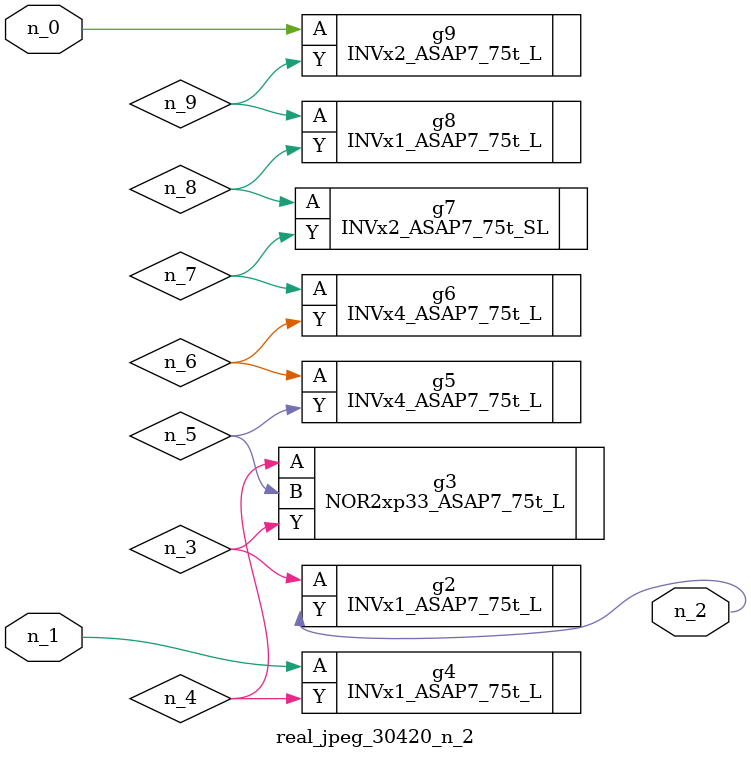
<source format=v>
module real_jpeg_30420_n_2 (n_1, n_0, n_2);

input n_1;
input n_0;

output n_2;

wire n_5;
wire n_4;
wire n_8;
wire n_6;
wire n_7;
wire n_3;
wire n_9;

INVx2_ASAP7_75t_L g9 ( 
.A(n_0),
.Y(n_9)
);

INVx1_ASAP7_75t_L g4 ( 
.A(n_1),
.Y(n_4)
);

INVx1_ASAP7_75t_L g2 ( 
.A(n_3),
.Y(n_2)
);

NOR2xp33_ASAP7_75t_L g3 ( 
.A(n_4),
.B(n_5),
.Y(n_3)
);

INVx4_ASAP7_75t_L g5 ( 
.A(n_6),
.Y(n_5)
);

INVx4_ASAP7_75t_L g6 ( 
.A(n_7),
.Y(n_6)
);

INVx2_ASAP7_75t_SL g7 ( 
.A(n_8),
.Y(n_7)
);

INVx1_ASAP7_75t_L g8 ( 
.A(n_9),
.Y(n_8)
);


endmodule
</source>
